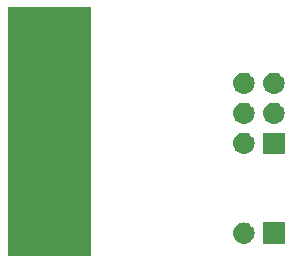
<source format=gbr>
G04 #@! TF.GenerationSoftware,KiCad,Pcbnew,5.1.0-unknown-3692c51~82~ubuntu16.04.1*
G04 #@! TF.CreationDate,2019-03-31T00:12:41-04:00*
G04 #@! TF.ProjectId,BalancingBusinessCardLights,42616c61-6e63-4696-9e67-427573696e65,rev?*
G04 #@! TF.SameCoordinates,Original*
G04 #@! TF.FileFunction,Soldermask,Bot*
G04 #@! TF.FilePolarity,Negative*
%FSLAX46Y46*%
G04 Gerber Fmt 4.6, Leading zero omitted, Abs format (unit mm)*
G04 Created by KiCad (PCBNEW 5.1.0-unknown-3692c51~82~ubuntu16.04.1) date 2019-03-31 00:12:41*
%MOMM*%
%LPD*%
G04 APERTURE LIST*
%ADD10C,0.100000*%
G04 APERTURE END LIST*
D10*
G36*
X213748801Y-86024789D02*
G01*
X206646801Y-86024789D01*
X206646801Y-64922789D01*
X213748801Y-64922789D01*
X213748801Y-86024789D01*
X213748801Y-86024789D01*
G37*
G36*
X226768243Y-83179307D02*
G01*
X226834428Y-83185826D01*
X227004267Y-83237346D01*
X227160792Y-83321011D01*
X227196530Y-83350341D01*
X227297987Y-83433603D01*
X227381249Y-83535060D01*
X227410579Y-83570798D01*
X227494244Y-83727323D01*
X227545764Y-83897162D01*
X227563160Y-84073789D01*
X227545764Y-84250416D01*
X227494244Y-84420255D01*
X227410579Y-84576780D01*
X227381249Y-84612518D01*
X227297987Y-84713975D01*
X227196530Y-84797237D01*
X227160792Y-84826567D01*
X227004267Y-84910232D01*
X226834428Y-84961752D01*
X226768244Y-84968270D01*
X226702061Y-84974789D01*
X226613541Y-84974789D01*
X226547358Y-84968270D01*
X226481174Y-84961752D01*
X226311335Y-84910232D01*
X226154810Y-84826567D01*
X226119072Y-84797237D01*
X226017615Y-84713975D01*
X225934353Y-84612518D01*
X225905023Y-84576780D01*
X225821358Y-84420255D01*
X225769838Y-84250416D01*
X225752442Y-84073789D01*
X225769838Y-83897162D01*
X225821358Y-83727323D01*
X225905023Y-83570798D01*
X225934353Y-83535060D01*
X226017615Y-83433603D01*
X226119072Y-83350341D01*
X226154810Y-83321011D01*
X226311335Y-83237346D01*
X226481174Y-83185826D01*
X226547359Y-83179307D01*
X226613541Y-83172789D01*
X226702061Y-83172789D01*
X226768243Y-83179307D01*
X226768243Y-83179307D01*
G37*
G36*
X230098801Y-84974789D02*
G01*
X228296801Y-84974789D01*
X228296801Y-83172789D01*
X230098801Y-83172789D01*
X230098801Y-84974789D01*
X230098801Y-84974789D01*
G37*
G36*
X226768244Y-75579308D02*
G01*
X226834428Y-75585826D01*
X227004267Y-75637346D01*
X227160792Y-75721011D01*
X227196530Y-75750341D01*
X227297987Y-75833603D01*
X227381249Y-75935060D01*
X227410579Y-75970798D01*
X227494244Y-76127323D01*
X227545764Y-76297162D01*
X227563160Y-76473789D01*
X227545764Y-76650416D01*
X227494244Y-76820255D01*
X227410579Y-76976780D01*
X227381249Y-77012518D01*
X227297987Y-77113975D01*
X227196530Y-77197237D01*
X227160792Y-77226567D01*
X227004267Y-77310232D01*
X226834428Y-77361752D01*
X226768244Y-77368270D01*
X226702061Y-77374789D01*
X226613541Y-77374789D01*
X226547358Y-77368270D01*
X226481174Y-77361752D01*
X226311335Y-77310232D01*
X226154810Y-77226567D01*
X226119072Y-77197237D01*
X226017615Y-77113975D01*
X225934353Y-77012518D01*
X225905023Y-76976780D01*
X225821358Y-76820255D01*
X225769838Y-76650416D01*
X225752442Y-76473789D01*
X225769838Y-76297162D01*
X225821358Y-76127323D01*
X225905023Y-75970798D01*
X225934353Y-75935060D01*
X226017615Y-75833603D01*
X226119072Y-75750341D01*
X226154810Y-75721011D01*
X226311335Y-75637346D01*
X226481174Y-75585826D01*
X226547358Y-75579308D01*
X226613541Y-75572789D01*
X226702061Y-75572789D01*
X226768244Y-75579308D01*
X226768244Y-75579308D01*
G37*
G36*
X230098801Y-77374789D02*
G01*
X228296801Y-77374789D01*
X228296801Y-75572789D01*
X230098801Y-75572789D01*
X230098801Y-77374789D01*
X230098801Y-77374789D01*
G37*
G36*
X229308243Y-73039307D02*
G01*
X229374428Y-73045826D01*
X229544267Y-73097346D01*
X229700792Y-73181011D01*
X229736530Y-73210341D01*
X229837987Y-73293603D01*
X229921249Y-73395060D01*
X229950579Y-73430798D01*
X230034244Y-73587323D01*
X230085764Y-73757162D01*
X230103160Y-73933789D01*
X230085764Y-74110416D01*
X230034244Y-74280255D01*
X229950579Y-74436780D01*
X229921249Y-74472518D01*
X229837987Y-74573975D01*
X229736530Y-74657237D01*
X229700792Y-74686567D01*
X229544267Y-74770232D01*
X229374428Y-74821752D01*
X229308243Y-74828271D01*
X229242061Y-74834789D01*
X229153541Y-74834789D01*
X229087359Y-74828271D01*
X229021174Y-74821752D01*
X228851335Y-74770232D01*
X228694810Y-74686567D01*
X228659072Y-74657237D01*
X228557615Y-74573975D01*
X228474353Y-74472518D01*
X228445023Y-74436780D01*
X228361358Y-74280255D01*
X228309838Y-74110416D01*
X228292442Y-73933789D01*
X228309838Y-73757162D01*
X228361358Y-73587323D01*
X228445023Y-73430798D01*
X228474353Y-73395060D01*
X228557615Y-73293603D01*
X228659072Y-73210341D01*
X228694810Y-73181011D01*
X228851335Y-73097346D01*
X229021174Y-73045826D01*
X229087359Y-73039307D01*
X229153541Y-73032789D01*
X229242061Y-73032789D01*
X229308243Y-73039307D01*
X229308243Y-73039307D01*
G37*
G36*
X226768243Y-73039307D02*
G01*
X226834428Y-73045826D01*
X227004267Y-73097346D01*
X227160792Y-73181011D01*
X227196530Y-73210341D01*
X227297987Y-73293603D01*
X227381249Y-73395060D01*
X227410579Y-73430798D01*
X227494244Y-73587323D01*
X227545764Y-73757162D01*
X227563160Y-73933789D01*
X227545764Y-74110416D01*
X227494244Y-74280255D01*
X227410579Y-74436780D01*
X227381249Y-74472518D01*
X227297987Y-74573975D01*
X227196530Y-74657237D01*
X227160792Y-74686567D01*
X227004267Y-74770232D01*
X226834428Y-74821752D01*
X226768243Y-74828271D01*
X226702061Y-74834789D01*
X226613541Y-74834789D01*
X226547359Y-74828271D01*
X226481174Y-74821752D01*
X226311335Y-74770232D01*
X226154810Y-74686567D01*
X226119072Y-74657237D01*
X226017615Y-74573975D01*
X225934353Y-74472518D01*
X225905023Y-74436780D01*
X225821358Y-74280255D01*
X225769838Y-74110416D01*
X225752442Y-73933789D01*
X225769838Y-73757162D01*
X225821358Y-73587323D01*
X225905023Y-73430798D01*
X225934353Y-73395060D01*
X226017615Y-73293603D01*
X226119072Y-73210341D01*
X226154810Y-73181011D01*
X226311335Y-73097346D01*
X226481174Y-73045826D01*
X226547359Y-73039307D01*
X226613541Y-73032789D01*
X226702061Y-73032789D01*
X226768243Y-73039307D01*
X226768243Y-73039307D01*
G37*
G36*
X229308244Y-70499308D02*
G01*
X229374428Y-70505826D01*
X229544267Y-70557346D01*
X229700792Y-70641011D01*
X229736530Y-70670341D01*
X229837987Y-70753603D01*
X229921249Y-70855060D01*
X229950579Y-70890798D01*
X230034244Y-71047323D01*
X230085764Y-71217162D01*
X230103160Y-71393789D01*
X230085764Y-71570416D01*
X230034244Y-71740255D01*
X229950579Y-71896780D01*
X229921249Y-71932518D01*
X229837987Y-72033975D01*
X229736530Y-72117237D01*
X229700792Y-72146567D01*
X229544267Y-72230232D01*
X229374428Y-72281752D01*
X229308244Y-72288270D01*
X229242061Y-72294789D01*
X229153541Y-72294789D01*
X229087358Y-72288270D01*
X229021174Y-72281752D01*
X228851335Y-72230232D01*
X228694810Y-72146567D01*
X228659072Y-72117237D01*
X228557615Y-72033975D01*
X228474353Y-71932518D01*
X228445023Y-71896780D01*
X228361358Y-71740255D01*
X228309838Y-71570416D01*
X228292442Y-71393789D01*
X228309838Y-71217162D01*
X228361358Y-71047323D01*
X228445023Y-70890798D01*
X228474353Y-70855060D01*
X228557615Y-70753603D01*
X228659072Y-70670341D01*
X228694810Y-70641011D01*
X228851335Y-70557346D01*
X229021174Y-70505826D01*
X229087358Y-70499308D01*
X229153541Y-70492789D01*
X229242061Y-70492789D01*
X229308244Y-70499308D01*
X229308244Y-70499308D01*
G37*
G36*
X226768244Y-70499308D02*
G01*
X226834428Y-70505826D01*
X227004267Y-70557346D01*
X227160792Y-70641011D01*
X227196530Y-70670341D01*
X227297987Y-70753603D01*
X227381249Y-70855060D01*
X227410579Y-70890798D01*
X227494244Y-71047323D01*
X227545764Y-71217162D01*
X227563160Y-71393789D01*
X227545764Y-71570416D01*
X227494244Y-71740255D01*
X227410579Y-71896780D01*
X227381249Y-71932518D01*
X227297987Y-72033975D01*
X227196530Y-72117237D01*
X227160792Y-72146567D01*
X227004267Y-72230232D01*
X226834428Y-72281752D01*
X226768244Y-72288270D01*
X226702061Y-72294789D01*
X226613541Y-72294789D01*
X226547358Y-72288270D01*
X226481174Y-72281752D01*
X226311335Y-72230232D01*
X226154810Y-72146567D01*
X226119072Y-72117237D01*
X226017615Y-72033975D01*
X225934353Y-71932518D01*
X225905023Y-71896780D01*
X225821358Y-71740255D01*
X225769838Y-71570416D01*
X225752442Y-71393789D01*
X225769838Y-71217162D01*
X225821358Y-71047323D01*
X225905023Y-70890798D01*
X225934353Y-70855060D01*
X226017615Y-70753603D01*
X226119072Y-70670341D01*
X226154810Y-70641011D01*
X226311335Y-70557346D01*
X226481174Y-70505826D01*
X226547358Y-70499308D01*
X226613541Y-70492789D01*
X226702061Y-70492789D01*
X226768244Y-70499308D01*
X226768244Y-70499308D01*
G37*
M02*

</source>
